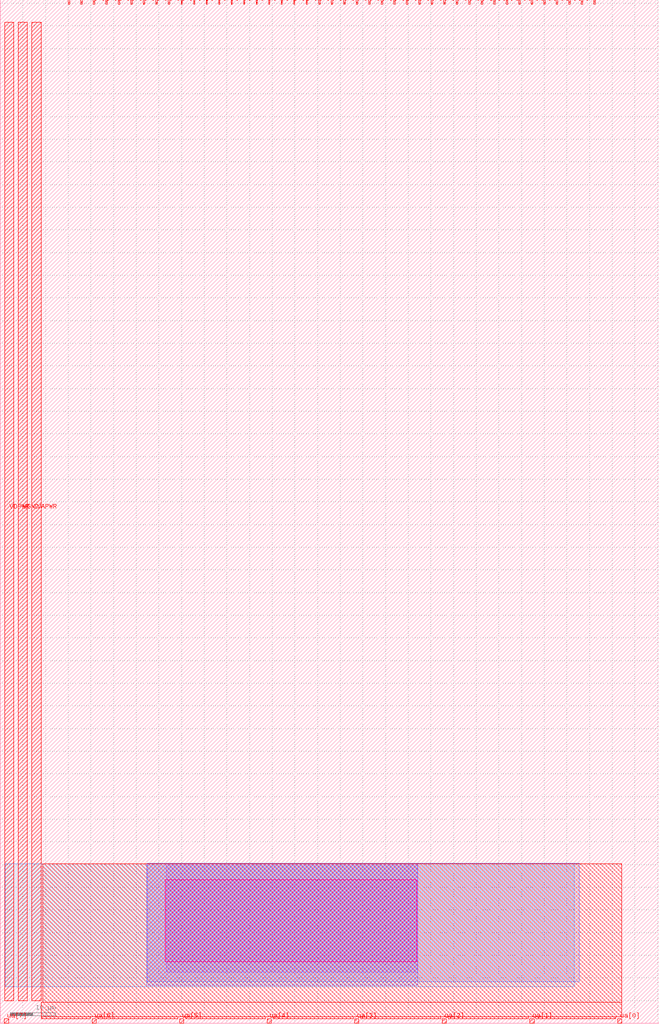
<source format=lef>
MACRO tt_um_emilian_opamps_mix_3v3
  CLASS BLOCK ;
  FOREIGN tt_um_emilian_opamps_mix_3v3 ;
  ORIGIN 0.000 0.000 ;
  SIZE 145.360 BY 225.760 ;
  PIN clk
    DIRECTION INPUT ;
    USE SIGNAL ;
    PORT
      LAYER met4 ;
        RECT 128.190 224.760 128.490 225.760 ;
    END
  END clk
  PIN ena
    DIRECTION INPUT ;
    USE SIGNAL ;
    PORT
      LAYER met4 ;
        RECT 130.950 224.760 131.250 225.760 ;
    END
  END ena
  PIN rst_n
    DIRECTION INPUT ;
    USE SIGNAL ;
    PORT
      LAYER met4 ;
        RECT 125.430 224.760 125.730 225.760 ;
    END
  END rst_n
  PIN ua[0]
    DIRECTION INOUT ;
    USE SIGNAL ;
    ANTENNADIFFAREA 8.120000 ;
    PORT
      LAYER met4 ;
        RECT 136.170 0.000 137.070 1.000 ;
    END
  END ua[0]
  PIN ua[1]
    DIRECTION INOUT ;
    USE SIGNAL ;
    PORT
      LAYER met4 ;
        RECT 116.850 0.000 117.750 1.000 ;
    END
  END ua[1]
  PIN ua[2]
    DIRECTION INOUT ;
    USE SIGNAL ;
    PORT
      LAYER met4 ;
        RECT 97.530 0.000 98.430 1.000 ;
    END
  END ua[2]
  PIN ua[3]
    DIRECTION INOUT ;
    USE SIGNAL ;
    PORT
      LAYER met4 ;
        RECT 78.210 0.000 79.110 1.000 ;
    END
  END ua[3]
  PIN ua[4]
    DIRECTION INOUT ;
    USE SIGNAL ;
    PORT
      LAYER met4 ;
        RECT 58.890 0.000 59.790 1.000 ;
    END
  END ua[4]
  PIN ua[5]
    DIRECTION INOUT ;
    USE SIGNAL ;
    PORT
      LAYER met4 ;
        RECT 39.570 0.000 40.470 1.000 ;
    END
  END ua[5]
  PIN ua[6]
    DIRECTION INOUT ;
    USE SIGNAL ;
    PORT
      LAYER met4 ;
        RECT 20.250 0.000 21.150 1.000 ;
    END
  END ua[6]
  PIN ua[7]
    DIRECTION INOUT ;
    USE SIGNAL ;
    PORT
      LAYER met4 ;
        RECT 0.930 0.000 1.830 1.000 ;
    END
  END ua[7]
  PIN ui_in[0]
    DIRECTION INPUT ;
    USE SIGNAL ;
    PORT
      LAYER met4 ;
        RECT 122.670 224.760 122.970 225.760 ;
    END
  END ui_in[0]
  PIN ui_in[1]
    DIRECTION INPUT ;
    USE SIGNAL ;
    PORT
      LAYER met4 ;
        RECT 119.910 224.760 120.210 225.760 ;
    END
  END ui_in[1]
  PIN ui_in[2]
    DIRECTION INPUT ;
    USE SIGNAL ;
    PORT
      LAYER met4 ;
        RECT 117.150 224.760 117.450 225.760 ;
    END
  END ui_in[2]
  PIN ui_in[3]
    DIRECTION INPUT ;
    USE SIGNAL ;
    PORT
      LAYER met4 ;
        RECT 114.390 224.760 114.690 225.760 ;
    END
  END ui_in[3]
  PIN ui_in[4]
    DIRECTION INPUT ;
    USE SIGNAL ;
    PORT
      LAYER met4 ;
        RECT 111.630 224.760 111.930 225.760 ;
    END
  END ui_in[4]
  PIN ui_in[5]
    DIRECTION INPUT ;
    USE SIGNAL ;
    PORT
      LAYER met4 ;
        RECT 108.870 224.760 109.170 225.760 ;
    END
  END ui_in[5]
  PIN ui_in[6]
    DIRECTION INPUT ;
    USE SIGNAL ;
    PORT
      LAYER met4 ;
        RECT 106.110 224.760 106.410 225.760 ;
    END
  END ui_in[6]
  PIN ui_in[7]
    DIRECTION INPUT ;
    USE SIGNAL ;
    PORT
      LAYER met4 ;
        RECT 103.350 224.760 103.650 225.760 ;
    END
  END ui_in[7]
  PIN uio_in[0]
    DIRECTION INPUT ;
    USE SIGNAL ;
    PORT
      LAYER met4 ;
        RECT 100.590 224.760 100.890 225.760 ;
    END
  END uio_in[0]
  PIN uio_in[1]
    DIRECTION INPUT ;
    USE SIGNAL ;
    PORT
      LAYER met4 ;
        RECT 97.830 224.760 98.130 225.760 ;
    END
  END uio_in[1]
  PIN uio_in[2]
    DIRECTION INPUT ;
    USE SIGNAL ;
    PORT
      LAYER met4 ;
        RECT 95.070 224.760 95.370 225.760 ;
    END
  END uio_in[2]
  PIN uio_in[3]
    DIRECTION INPUT ;
    USE SIGNAL ;
    PORT
      LAYER met4 ;
        RECT 92.310 224.760 92.610 225.760 ;
    END
  END uio_in[3]
  PIN uio_in[4]
    DIRECTION INPUT ;
    USE SIGNAL ;
    PORT
      LAYER met4 ;
        RECT 89.550 224.760 89.850 225.760 ;
    END
  END uio_in[4]
  PIN uio_in[5]
    DIRECTION INPUT ;
    USE SIGNAL ;
    PORT
      LAYER met4 ;
        RECT 86.790 224.760 87.090 225.760 ;
    END
  END uio_in[5]
  PIN uio_in[6]
    DIRECTION INPUT ;
    USE SIGNAL ;
    PORT
      LAYER met4 ;
        RECT 84.030 224.760 84.330 225.760 ;
    END
  END uio_in[6]
  PIN uio_in[7]
    DIRECTION INPUT ;
    USE SIGNAL ;
    PORT
      LAYER met4 ;
        RECT 81.270 224.760 81.570 225.760 ;
    END
  END uio_in[7]
  PIN uio_oe[0]
    DIRECTION OUTPUT ;
    USE SIGNAL ;
    PORT
      LAYER met4 ;
        RECT 34.350 224.760 34.650 225.760 ;
    END
  END uio_oe[0]
  PIN uio_oe[1]
    DIRECTION OUTPUT ;
    USE SIGNAL ;
    PORT
      LAYER met4 ;
        RECT 31.590 224.760 31.890 225.760 ;
    END
  END uio_oe[1]
  PIN uio_oe[2]
    DIRECTION OUTPUT ;
    USE SIGNAL ;
    PORT
      LAYER met4 ;
        RECT 28.830 224.760 29.130 225.760 ;
    END
  END uio_oe[2]
  PIN uio_oe[3]
    DIRECTION OUTPUT ;
    USE SIGNAL ;
    PORT
      LAYER met4 ;
        RECT 26.070 224.760 26.370 225.760 ;
    END
  END uio_oe[3]
  PIN uio_oe[4]
    DIRECTION OUTPUT ;
    USE SIGNAL ;
    PORT
      LAYER met4 ;
        RECT 23.310 224.760 23.610 225.760 ;
    END
  END uio_oe[4]
  PIN uio_oe[5]
    DIRECTION OUTPUT ;
    USE SIGNAL ;
    PORT
      LAYER met4 ;
        RECT 20.550 224.760 20.850 225.760 ;
    END
  END uio_oe[5]
  PIN uio_oe[6]
    DIRECTION OUTPUT ;
    USE SIGNAL ;
    PORT
      LAYER met4 ;
        RECT 17.790 224.760 18.090 225.760 ;
    END
  END uio_oe[6]
  PIN uio_oe[7]
    DIRECTION OUTPUT ;
    USE SIGNAL ;
    PORT
      LAYER met4 ;
        RECT 15.030 224.760 15.330 225.760 ;
    END
  END uio_oe[7]
  PIN uio_out[0]
    DIRECTION OUTPUT ;
    USE SIGNAL ;
    PORT
      LAYER met4 ;
        RECT 56.430 224.760 56.730 225.760 ;
    END
  END uio_out[0]
  PIN uio_out[1]
    DIRECTION OUTPUT ;
    USE SIGNAL ;
    PORT
      LAYER met4 ;
        RECT 53.670 224.760 53.970 225.760 ;
    END
  END uio_out[1]
  PIN uio_out[2]
    DIRECTION OUTPUT ;
    USE SIGNAL ;
    PORT
      LAYER met4 ;
        RECT 50.910 224.760 51.210 225.760 ;
    END
  END uio_out[2]
  PIN uio_out[3]
    DIRECTION OUTPUT ;
    USE SIGNAL ;
    PORT
      LAYER met4 ;
        RECT 48.150 224.760 48.450 225.760 ;
    END
  END uio_out[3]
  PIN uio_out[4]
    DIRECTION OUTPUT ;
    USE SIGNAL ;
    PORT
      LAYER met4 ;
        RECT 45.390 224.760 45.690 225.760 ;
    END
  END uio_out[4]
  PIN uio_out[5]
    DIRECTION OUTPUT ;
    USE SIGNAL ;
    PORT
      LAYER met4 ;
        RECT 42.630 224.760 42.930 225.760 ;
    END
  END uio_out[5]
  PIN uio_out[6]
    DIRECTION OUTPUT ;
    USE SIGNAL ;
    PORT
      LAYER met4 ;
        RECT 39.870 224.760 40.170 225.760 ;
    END
  END uio_out[6]
  PIN uio_out[7]
    DIRECTION OUTPUT ;
    USE SIGNAL ;
    PORT
      LAYER met4 ;
        RECT 37.110 224.760 37.410 225.760 ;
    END
  END uio_out[7]
  PIN uo_out[0]
    DIRECTION OUTPUT ;
    USE SIGNAL ;
    PORT
      LAYER met4 ;
        RECT 78.510 224.760 78.810 225.760 ;
    END
  END uo_out[0]
  PIN uo_out[1]
    DIRECTION OUTPUT ;
    USE SIGNAL ;
    PORT
      LAYER met4 ;
        RECT 75.750 224.760 76.050 225.760 ;
    END
  END uo_out[1]
  PIN uo_out[2]
    DIRECTION OUTPUT ;
    USE SIGNAL ;
    PORT
      LAYER met4 ;
        RECT 72.990 224.760 73.290 225.760 ;
    END
  END uo_out[2]
  PIN uo_out[3]
    DIRECTION OUTPUT ;
    USE SIGNAL ;
    PORT
      LAYER met4 ;
        RECT 70.230 224.760 70.530 225.760 ;
    END
  END uo_out[3]
  PIN uo_out[4]
    DIRECTION OUTPUT ;
    USE SIGNAL ;
    PORT
      LAYER met4 ;
        RECT 67.470 224.760 67.770 225.760 ;
    END
  END uo_out[4]
  PIN uo_out[5]
    DIRECTION OUTPUT ;
    USE SIGNAL ;
    PORT
      LAYER met4 ;
        RECT 64.710 224.760 65.010 225.760 ;
    END
  END uo_out[5]
  PIN uo_out[6]
    DIRECTION OUTPUT ;
    USE SIGNAL ;
    PORT
      LAYER met4 ;
        RECT 61.950 224.760 62.250 225.760 ;
    END
  END uo_out[6]
  PIN uo_out[7]
    DIRECTION OUTPUT ;
    USE SIGNAL ;
    PORT
      LAYER met4 ;
        RECT 59.190 224.760 59.490 225.760 ;
    END
  END uo_out[7]
  PIN VDPWR
    DIRECTION INOUT ;
    USE POWER ;
    PORT
      LAYER met4 ;
        RECT 1.000 5.000 3.000 220.760 ;
    END
  END VDPWR
  PIN VGND
    DIRECTION INOUT ;
    USE GROUND ;
    PORT
      LAYER met4 ;
        RECT 4.000 5.000 6.000 220.760 ;
    END
  END VGND
  PIN VAPWR
    DIRECTION INOUT ;
    USE POWER ;
    PORT
      LAYER met4 ;
        RECT 7.000 5.000 9.000 220.760 ;
    END
  END VAPWR
  OBS
      LAYER nwell ;
        RECT 36.420 13.540 91.850 31.660 ;
      LAYER li1 ;
        RECT 36.600 11.200 92.000 35.200 ;
      LAYER met1 ;
        RECT 32.350 8.400 92.050 35.200 ;
      LAYER met2 ;
        RECT 32.400 9.150 127.700 35.250 ;
      LAYER met3 ;
        RECT 1.150 8.000 126.600 35.225 ;
      LAYER met4 ;
        RECT 9.400 4.600 137.070 35.205 ;
        RECT 9.000 1.400 137.070 4.600 ;
        RECT 9.000 1.000 19.850 1.400 ;
        RECT 21.550 1.000 39.170 1.400 ;
        RECT 40.870 1.000 58.490 1.400 ;
        RECT 60.190 1.000 77.810 1.400 ;
        RECT 79.510 1.000 97.130 1.400 ;
        RECT 98.830 1.000 116.450 1.400 ;
        RECT 118.150 1.000 135.770 1.400 ;
  END
END tt_um_emilian_opamps_mix_3v3
END LIBRARY


</source>
